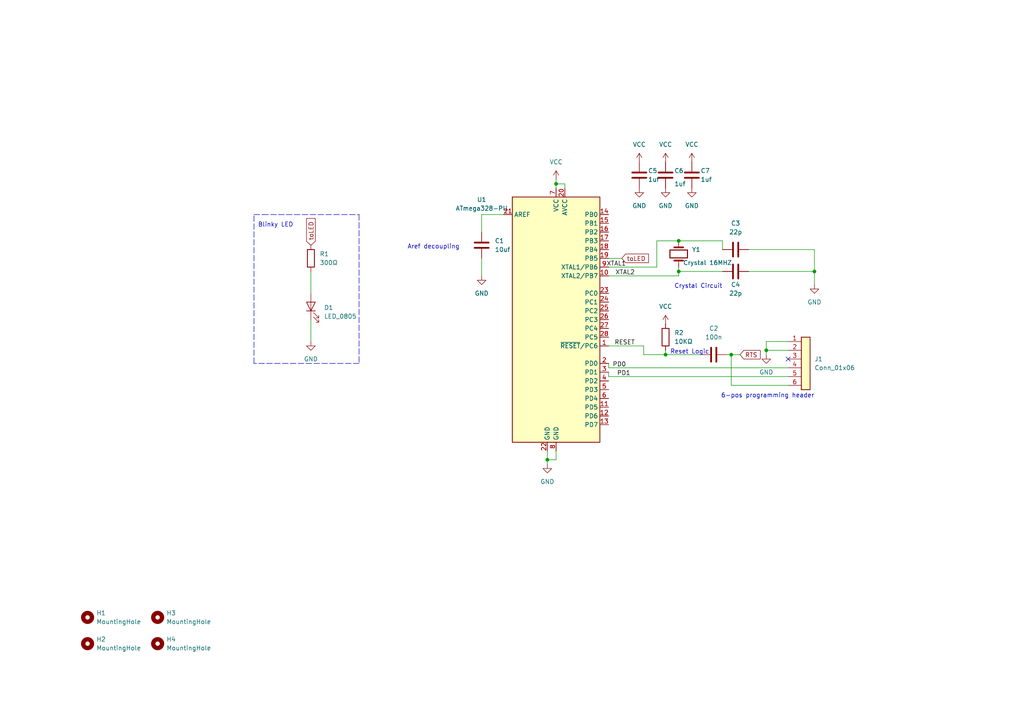
<source format=kicad_sch>
(kicad_sch (version 20211123) (generator eeschema)
  (paper "A4")
  (lib_symbols
    (symbol "Device:R" (pin_numbers hide) (pin_names (offset 0))
      (property "Reference" "R" (at 2.032 0 90))
      (property "Value" "R" (at 0 0 90))
      (symbol "R_0_1"
        (rectangle (start -1.016 -2.54) (end 1.016 2.54) (stroke (width 0.254)))
      )
      (symbol "R_1_1"
        (pin passive line (at 0 3.81 270) (length 1.27) (name "~") (number "1"))
        (pin passive line (at 0 -3.81 90) (length 1.27) (name "~") (number "2"))
      )
    )
    (symbol "HPS:ATmega328-PU"
      (property "Reference" "U" (at -11.43 39.37 0))
      (property "Value" "ATmega328-PU" (at -17.78 38.1 0))
      (symbol "ATmega328-PU_0_1"
        (rectangle (start -12.7 -35.56) (end 12.7 35.56) (stroke (width 0.254)) (fill (type background)))
      )
      (symbol "ATmega328-PU_1_1"
        (pin tri_state line (at 15.24 -7.62 180) (length 2.54) (name "~{RESET}/PC6") (number "1"))
        (pin tri_state line (at 15.24 12.7 180) (length 2.54) (name "XTAL2/PB7") (number "10"))
        (pin tri_state line (at 15.24 -25.4 180) (length 2.54) (name "PD5") (number "11"))
        (pin tri_state line (at 15.24 -27.94 180) (length 2.54) (name "PD6") (number "12"))
        (pin tri_state line (at 15.24 -30.48 180) (length 2.54) (name "PD7") (number "13"))
        (pin tri_state line (at 15.24 30.48 180) (length 2.54) (name "PB0") (number "14"))
        (pin tri_state line (at 15.24 27.94 180) (length 2.54) (name "PB1") (number "15"))
        (pin tri_state line (at 15.24 25.4 180) (length 2.54) (name "PB2") (number "16"))
        (pin tri_state line (at 15.24 22.86 180) (length 2.54) (name "PB3") (number "17"))
        (pin tri_state line (at 15.24 20.32 180) (length 2.54) (name "PB4") (number "18"))
        (pin tri_state line (at 15.24 17.78 180) (length 2.54) (name "PB5") (number "19"))
        (pin tri_state line (at 15.24 -12.7 180) (length 2.54) (name "PD0") (number "2"))
        (pin power_in line (at 2.54 38.1 270) (length 2.54) (name "AVCC") (number "20"))
        (pin passive line (at -15.24 30.48 0) (length 2.54) (name "AREF") (number "21"))
        (pin power_in line (at -2.54 -38.1 90) (length 2.54) (name "GND") (number "22"))
        (pin tri_state line (at 15.24 7.62 180) (length 2.54) (name "PC0") (number "23"))
        (pin tri_state line (at 15.24 5.08 180) (length 2.54) (name "PC1") (number "24"))
        (pin tri_state line (at 15.24 2.54 180) (length 2.54) (name "PC2") (number "25"))
        (pin tri_state line (at 15.24 0 180) (length 2.54) (name "PC3") (number "26"))
        (pin tri_state line (at 15.24 -2.54 180) (length 2.54) (name "PC4") (number "27"))
        (pin tri_state line (at 15.24 -5.08 180) (length 2.54) (name "PC5") (number "28"))
        (pin tri_state line (at 15.24 -15.24 180) (length 2.54) (name "PD1") (number "3"))
        (pin tri_state line (at 15.24 -17.78 180) (length 2.54) (name "PD2") (number "4"))
        (pin tri_state line (at 15.24 -20.32 180) (length 2.54) (name "PD3") (number "5"))
        (pin tri_state line (at 15.24 -22.86 180) (length 2.54) (name "PD4") (number "6"))
        (pin power_in line (at 0 38.1 270) (length 2.54) (name "VCC") (number "7"))
        (pin power_in line (at 0 -38.1 90) (length 2.54) (name "GND") (number "8"))
        (pin tri_state line (at 15.24 15.24 180) (length 2.54) (name "XTAL1/PB6") (number "9"))
      )
    )
    (symbol "HPS:C_0805_0.1uf" (pin_numbers hide) (pin_names (offset 0.254))
      (property "Reference" "C" (at 0.635 2.54 0))
      (property "Value" "C_0805_0.1uf" (at 0.635 -2.54 0))
      (symbol "C_0805_0.1uf_0_1"
        (polyline (pts (xy -2.032 -0.762) (xy 2.032 -0.762)) (stroke (width 0.508)))
        (polyline (pts (xy -2.032 0.762) (xy 2.032 0.762)) (stroke (width 0.508)))
      )
      (symbol "C_0805_0.1uf_1_1"
        (pin passive line (at 0 3.81 270) (length 2.794) (name "~") (number "1"))
        (pin passive line (at 0 -3.81 90) (length 2.794) (name "~") (number "2"))
      )
    )
    (symbol "HPS:C_0805_10uf" (pin_numbers hide) (pin_names (offset 0.254))
      (property "Reference" "C" (at 0.635 2.54 0))
      (property "Value" "C_0805_10uf" (at 0.635 -2.54 0))
      (symbol "C_0805_10uf_0_1"
        (polyline (pts (xy -2.032 -0.762) (xy 2.032 -0.762)) (stroke (width 0.508)))
        (polyline (pts (xy -2.032 0.762) (xy 2.032 0.762)) (stroke (width 0.508)))
      )
      (symbol "C_0805_10uf_1_1"
        (pin passive line (at 0 3.81 270) (length 2.794) (name "~") (number "1"))
        (pin passive line (at 0 -3.81 90) (length 2.794) (name "~") (number "2"))
      )
    )
    (symbol "HPS:C_0805_1uf" (pin_numbers hide) (pin_names (offset 0.254))
      (property "Reference" "C" (at 0.635 2.54 0))
      (property "Value" "C_0805_1uf" (at 0.635 -2.54 0))
      (symbol "C_0805_1uf_0_1"
        (polyline (pts (xy -2.032 -0.762) (xy 2.032 -0.762)) (stroke (width 0.508)))
        (polyline (pts (xy -2.032 0.762) (xy 2.032 0.762)) (stroke (width 0.508)))
      )
      (symbol "C_0805_1uf_1_1"
        (pin passive line (at 0 3.81 270) (length 2.794) (name "~") (number "1"))
        (pin passive line (at 0 -3.81 90) (length 2.794) (name "~") (number "2"))
      )
    )
    (symbol "HPS:C_0805_22pf" (pin_numbers hide) (pin_names (offset 0.254))
      (property "Reference" "C" (at 0.635 2.54 0))
      (property "Value" "C_0805_22pf" (at 0.635 -2.54 0))
      (symbol "C_0805_22pf_0_1"
        (polyline (pts (xy -2.032 -0.762) (xy 2.032 -0.762)) (stroke (width 0.508)))
        (polyline (pts (xy -2.032 0.762) (xy 2.032 0.762)) (stroke (width 0.508)))
      )
      (symbol "C_0805_22pf_1_1"
        (pin passive line (at 0 3.81 270) (length 2.794) (name "~") (number "1"))
        (pin passive line (at 0 -3.81 90) (length 2.794) (name "~") (number "2"))
      )
    )
    (symbol "HPS:Conn_01x06" (pin_names (offset 1.016) hide)
      (property "Reference" "J" (at 0 7.62 0))
      (property "Value" "Conn_01x06" (at 0 -10.16 0))
      (symbol "Conn_01x06_1_1"
        (rectangle (start -1.27 6.35) (end 1.27 -8.89) (stroke (width 0.254)) (fill (type background)))
        (pin passive line (at -5.08 5.08 0) (length 3.81) (name "Pin_1") (number "1"))
        (pin passive line (at -5.08 2.54 0) (length 3.81) (name "Pin_2") (number "2"))
        (pin passive line (at -5.08 0 0) (length 3.81) (name "Pin_3") (number "3"))
        (pin passive line (at -5.08 -2.54 0) (length 3.81) (name "Pin_4") (number "4"))
        (pin passive line (at -5.08 -5.08 0) (length 3.81) (name "Pin_5") (number "5"))
        (pin passive line (at -5.08 -7.62 0) (length 3.81) (name "Pin_6") (number "6"))
      )
    )
    (symbol "HPS:Crystal_16MHz" (pin_numbers hide) (pin_names (offset 1.016) hide)
      (property "Reference" "Y" (at 0 3.81 0))
      (property "Value" "Crystal_16MHz" (at 0 -3.81 0))
      (symbol "Crystal_16MHz_0_1"
        (rectangle (start -1.143 2.54) (end 1.143 -2.54) (stroke (width 0.3048)))
        (polyline (pts (xy -2.54 0) (xy -1.905 0)))
        (polyline (pts (xy -1.905 -1.27) (xy -1.905 1.27)) (stroke (width 0.508)))
        (polyline (pts (xy 1.905 -1.27) (xy 1.905 1.27)) (stroke (width 0.508)))
        (polyline (pts (xy 2.54 0) (xy 1.905 0)))
      )
      (symbol "Crystal_16MHz_1_1"
        (pin passive line (at -3.81 0 0) (length 1.27) (name "1") (number "1"))
        (pin passive line (at 3.81 0 180) (length 1.27) (name "2") (number "2"))
      )
    )
    (symbol "HPS:LED_0805" (pin_numbers hide) (pin_names (offset 1.016) hide)
      (property "Reference" "D" (at 0 2.54 0))
      (property "Value" "LED_0805" (at 0 -2.54 0))
      (symbol "LED_0805_0_1"
        (polyline (pts (xy -1.27 -1.27) (xy -1.27 1.27)) (stroke (width 0.2032)))
        (polyline (pts (xy -1.27 0) (xy 1.27 0)))
        (polyline (pts (xy 1.27 -1.27) (xy 1.27 1.27) (xy -1.27 0) (xy 1.27 -1.27)) (stroke (width 0.2032)))
        (polyline (pts (xy -3.048 -0.762) (xy -4.572 -2.286) (xy -3.81 -2.286) (xy -4.572 -2.286) (xy -4.572 -1.524)))
        (polyline (pts (xy -1.778 -0.762) (xy -3.302 -2.286) (xy -2.54 -2.286) (xy -3.302 -2.286) (xy -3.302 -1.524)))
      )
      (symbol "LED_0805_1_1"
        (pin passive line (at -3.81 0 0) (length 2.54) (name "K") (number "1"))
        (pin passive line (at 3.81 0 180) (length 2.54) (name "A") (number "2"))
      )
    )
    (symbol "HPS:MountingHole" (pin_names (offset 1.016))
      (property "Reference" "H" (at 0 5.08 0))
      (property "Value" "MountingHole" (at 0 3.175 0))
      (symbol "MountingHole_0_1"
        (circle (center 0 0) (radius 1.27) (stroke (width 1.27)))
      )
    )
    (symbol "HPS:R_0805_10K" (pin_numbers hide) (pin_names (offset 0))
      (property "Reference" "R" (at 2.032 0 90))
      (property "Value" "R_0805_10K" (at -2.54 0 90))
      (symbol "R_0805_10K_0_1"
        (rectangle (start -1.016 -2.54) (end 1.016 2.54) (stroke (width 0.254)))
      )
      (symbol "R_0805_10K_1_1"
        (pin passive line (at 0 3.81 270) (length 1.27) (name "~") (number "1"))
        (pin passive line (at 0 -3.81 90) (length 1.27) (name "~") (number "2"))
      )
    )
    (symbol "HPS:VCC" (power) (pin_names (offset 0))
      (property "Value" "VCC" (at 0 3.81 0))
      (symbol "VCC_0_1"
        (polyline (pts (xy -0.762 1.27) (xy 0 2.54)))
        (polyline (pts (xy 0 0) (xy 0 2.54)))
        (polyline (pts (xy 0 2.54) (xy 0.762 1.27)))
      )
      (symbol "VCC_1_1"
        (pin power_in line (at 0 0 90) (length 0) hide (name "VCC") (number "1"))
      )
    )
    (symbol "power:GND" (power) (pin_names (offset 0))
      (property "Value" "GND" (at 0 -3.81 0))
      (symbol "GND_0_1"
        (polyline (pts (xy 0 0) (xy 0 -1.27) (xy 1.27 -1.27) (xy 0 -2.54) (xy -1.27 -1.27) (xy 0 -1.27)))
      )
      (symbol "GND_1_1"
        (pin power_in line (at 0 0 270) (length 0) hide (name "GND") (number "1"))
      )
    )
  )
  (junction (at 158.75 133.35))
  (junction (at 212.09 102.87))
  (junction (at 193.04 102.87))
  (junction (at 236.22 78.74))
  (junction (at 161.29 53.34))
  (junction (at 196.85 69.85))
  (junction (at 222.25 101.6))
  (junction (at 196.85 78.74))
  (no_connect (at 228.6 104.14))
  (wire (pts (xy 190.5 77.47) (xy 190.5 69.85)))
  (wire (pts (xy 236.22 72.39) (xy 236.22 78.74)))
  (wire (pts (xy 90.17 78.74) (xy 90.17 85.09)))
  (wire (pts (xy 139.7 74.93) (xy 139.7 80.01)))
  (polyline (pts (xy 104.14 105.41) (xy 73.66 105.41)))
  (wire (pts (xy 146.05 62.23) (xy 139.7 62.23)))
  (polyline (pts (xy 73.66 62.23) (xy 76.2 62.23)))
  (wire (pts (xy 217.17 78.74) (xy 236.22 78.74)))
  (wire (pts (xy 161.29 53.34) (xy 161.29 54.61)))
  (wire (pts (xy 196.85 78.74) (xy 196.85 77.47)))
  (wire (pts (xy 236.22 78.74) (xy 236.22 82.55)))
  (wire (pts (xy 217.17 72.39) (xy 236.22 72.39)))
  (wire (pts (xy 163.83 53.34) (xy 161.29 53.34)))
  (wire (pts (xy 196.85 80.01) (xy 196.85 78.74)))
  (wire (pts (xy 158.75 134.62) (xy 158.75 133.35)))
  (wire (pts (xy 161.29 53.34) (xy 161.29 52.07)))
  (wire (pts (xy 193.04 102.87) (xy 193.04 101.6)))
  (wire (pts (xy 176.53 74.93) (xy 180.34 74.93)))
  (wire (pts (xy 161.29 133.35) (xy 161.29 130.81)))
  (wire (pts (xy 209.55 69.85) (xy 196.85 69.85)))
  (polyline (pts (xy 104.14 62.23) (xy 104.14 105.41)))
  (wire (pts (xy 222.25 101.6) (xy 228.6 101.6)))
  (wire (pts (xy 210.82 102.87) (xy 212.09 102.87)))
  (wire (pts (xy 212.09 111.76) (xy 212.09 102.87)))
  (wire (pts (xy 176.53 109.22) (xy 176.53 107.95)))
  (wire (pts (xy 186.69 100.33) (xy 186.69 102.87)))
  (wire (pts (xy 163.83 54.61) (xy 163.83 53.34)))
  (wire (pts (xy 176.53 77.47) (xy 190.5 77.47)))
  (polyline (pts (xy 73.66 105.41) (xy 73.66 62.23)))
  (wire (pts (xy 222.25 101.6) (xy 222.25 102.87)))
  (wire (pts (xy 196.85 78.74) (xy 209.55 78.74)))
  (wire (pts (xy 228.6 99.06) (xy 222.25 99.06)))
  (wire (pts (xy 176.53 106.68) (xy 228.6 106.68)))
  (wire (pts (xy 228.6 109.22) (xy 176.53 109.22)))
  (wire (pts (xy 209.55 72.39) (xy 209.55 69.85)))
  (wire (pts (xy 186.69 102.87) (xy 193.04 102.87)))
  (wire (pts (xy 139.7 62.23) (xy 139.7 67.31)))
  (wire (pts (xy 158.75 133.35) (xy 161.29 133.35)))
  (wire (pts (xy 176.53 106.68) (xy 176.53 105.41)))
  (wire (pts (xy 203.2 102.87) (xy 193.04 102.87)))
  (wire (pts (xy 176.53 100.33) (xy 186.69 100.33)))
  (wire (pts (xy 176.53 80.01) (xy 196.85 80.01)))
  (wire (pts (xy 212.09 102.87) (xy 214.63 102.87)))
  (wire (pts (xy 228.6 111.76) (xy 212.09 111.76)))
  (polyline (pts (xy 76.2 62.23) (xy 104.14 62.23)))
  (wire (pts (xy 190.5 69.85) (xy 196.85 69.85)))
  (wire (pts (xy 222.25 99.06) (xy 222.25 101.6)))
  (wire (pts (xy 158.75 133.35) (xy 158.75 130.81)))
  (wire (pts (xy 90.17 92.71) (xy 90.17 99.06)))
  (text "Reset Logic\n" (at 205.74 102.87 180) (effects (font (size 1.27 1.27)) (justify right bottom)))
  (text "Crystal Circuit\n" (at 209.55 83.82 180) (effects (font (size 1.27 1.27)) (justify right bottom)))
  (text "Aref decoupling\n" (at 133.35 72.39 180) (effects (font (size 1.27 1.27)) (justify right bottom)))
  (text "6-pos programming header\n" (at 236.22 115.57 180) (effects (font (size 1.27 1.27)) (justify right bottom)))
  (text "Blinky LED\n" (at 85.09 66.04 180) (effects (font (size 1.27 1.27)) (justify right bottom)))
  (label "PD1" (at 182.88 109.22 180))
  (label "RESET" (at 184.15 100.33 180))
  (label "PD0" (at 181.61 106.68 180))
  (label "XTAL1" (at 181.61 77.47 180))
  (label "XTAL2" (at 184.15 80.01 180))
  (global_label "toLED" (shape input) (at 180.34 74.93 0) (property "Intersheet References" "${INTERSHEET_REFS}" (effects hide)))
  (global_label "toLED" (shape input) (at 90.17 71.12 90) (property "Intersheet References" "${INTERSHEET_REFS}" (effects hide)))
  (global_label "RTS" (shape input) (at 214.63 102.87 0) (property "Intersheet References" "${INTERSHEET_REFS}" (effects hide)))
  (symbol (lib_id "HPS:Crystal_16MHz") (at 196.85 73.66 270) (unit 1)
    (property "Reference" "Y1" (at 200.66 72.3899 90) (effects (justify left)))
    (property "Value" "Crystal 16MHZ" (at 198.12 76.2 90) (effects (justify left)))
    (property "Footprint" "footprints:Crystal_SMD_HC49-SD" (effects hide))
    (property "Datasheet" "https://ecsxtal.com/store/pdf/csm-7x-dn.pdf" (effects hide))
    (property "MFG" "ECS Inc." (effects hide))
    (property "MPN" "ECS-160-20-5PXDN-TR" (effects hide))
    (property "Digikey PN" "XC1299CT-ND" (effects hide))
    (property "Mouser PN" "N/A" (effects hide))
  )
  (symbol (lib_id "HPS:C_0805_1uf") (at 185.42 50.8 0) (unit 1)
    (property "Reference" "C5" (at 187.96 49.53 0) (effects (justify left)))
    (property "Value" "1uf" (at 187.96 52.07 0) (effects (justify left)))
    (property "Footprint" "footprints:C_0805_2012Metric" (effects hide))
    (property "Datasheet" "https://www.yageo.com/upload/media/product/productsearch/datasheet/mlcc/UPY-GPHC_X7R_6.3V-to-50V_18.pdf" (effects hide))
    (property "MFG" "Yageo" (effects hide))
    (property "MPN" "CC0805KKX7R8BB105" (effects hide))
    (property "Digikey PN" "311-1456-1-ND" (effects hide))
    (property "Mouser PN" "N/A" (effects hide))
    (property "Voltage" "N/A" (effects hide))
    (property "Dielectric" "N/A" (effects hide))
    (property "Tolerance" "N/A" (effects hide))
  )
  (symbol (lib_id "Device:R") (at 90.17 74.93 0) (unit 1)
    (property "Reference" "R1" (at 92.71 73.6599 0) (effects (justify left)))
    (property "Value" "300Ω" (at 92.71 76.1999 0) (effects (justify left)))
  )
  (symbol (lib_id "power:GND") (at 185.42 54.61 0) (unit 1)
    (property "Reference" "#PWR06" (effects hide))
    (property "Value" "GND" (at 185.42 59.69 0))
  )
  (symbol (lib_id "power:GND") (at 222.25 102.87 0) (unit 1)
    (property "Reference" "#PWR012" (effects hide))
    (property "Value" "GND" (at 222.25 107.95 0))
  )
  (symbol (lib_id "power:GND") (at 200.66 54.61 0) (unit 1)
    (property "Reference" "#PWR011" (effects hide))
    (property "Value" "GND" (at 200.66 59.69 0))
  )
  (symbol (lib_id "HPS:C_0805_1uf") (at 193.04 50.8 0) (unit 1)
    (property "Reference" "C6" (at 195.58 49.53 0) (effects (justify left)))
    (property "Value" "1uf" (at 195.58 53.34 0) (effects (justify left)))
    (property "Footprint" "footprints:C_0805_2012Metric" (effects hide))
    (property "Datasheet" "https://www.yageo.com/upload/media/product/productsearch/datasheet/mlcc/UPY-GPHC_X7R_6.3V-to-50V_18.pdf" (effects hide))
    (property "MFG" "Yageo" (effects hide))
    (property "MPN" "CC0805KKX7R8BB105" (effects hide))
    (property "Digikey PN" "311-1456-1-ND" (effects hide))
    (property "Mouser PN" "N/A" (effects hide))
    (property "Voltage" "N/A" (effects hide))
    (property "Dielectric" "N/A" (effects hide))
    (property "Tolerance" "N/A" (effects hide))
  )
  (symbol (lib_id "HPS:MountingHole") (at 45.72 179.07 0) (unit 1)
    (property "Reference" "H3" (at 48.26 177.7999 0) (effects (justify left)))
    (property "Value" "MountingHole" (at 48.26 180.3399 0) (effects (justify left)))
    (property "Footprint" "footprints:MountingHole_3.2mm_M3" (effects hide))
  )
  (symbol (lib_id "power:GND") (at 193.04 54.61 0) (unit 1)
    (property "Reference" "#PWR08" (effects hide))
    (property "Value" "GND" (at 193.04 59.69 0))
  )
  (symbol (lib_id "HPS:MountingHole") (at 25.4 179.07 0) (unit 1)
    (property "Reference" "H1" (at 27.94 177.7999 0) (effects (justify left)))
    (property "Value" "MountingHole" (at 27.94 180.3399 0) (effects (justify left)))
    (property "Footprint" "footprints:MountingHole_3.2mm_M3" (effects hide))
  )
  (symbol (lib_id "HPS:VCC") (at 185.42 46.99 0) (unit 1)
    (property "Reference" "#PWR05" (effects hide))
    (property "Value" "VCC" (at 185.42 41.91 0))
  )
  (symbol (lib_id "HPS:VCC") (at 193.04 93.98 0) (unit 1)
    (property "Reference" "#PWR09" (effects hide))
    (property "Value" "VCC" (at 193.04 88.9 0))
  )
  (symbol (lib_id "power:GND") (at 158.75 134.62 0) (unit 1)
    (property "Reference" "#PWR03" (effects hide))
    (property "Value" "GND" (at 158.75 139.7 0))
  )
  (symbol (lib_id "HPS:VCC") (at 193.04 46.99 0) (unit 1)
    (property "Reference" "#PWR07" (effects hide))
    (property "Value" "VCC" (at 193.04 41.91 0))
  )
  (symbol (lib_id "HPS:VCC") (at 200.66 46.99 0) (unit 1)
    (property "Reference" "#PWR010" (effects hide))
    (property "Value" "VCC" (at 200.66 41.91 0))
  )
  (symbol (lib_id "HPS:R_0805_10K") (at 193.04 97.79 0) (unit 1)
    (property "Reference" "R2" (at 195.58 96.5199 0) (effects (justify left)))
    (property "Value" "10KΩ" (at 195.58 99.0599 0) (effects (justify left)))
    (property "Footprint" "footprints:R_0805_2012Metric" (effects hide))
    (property "Datasheet" "https://www.digikey.com/en/products/detail/yageo/RC0805FR-0710KL/727535" (effects hide))
    (property "MFG" "Yageo" (effects hide))
    (property "MPN" "RC0805FR-0710KL" (effects hide))
    (property "Digikey PN" "311-10.0KCRCT-ND" (effects hide))
    (property "Mouser PN" "N/A" (effects hide))
    (property "Power" "N/A" (effects hide))
    (property "Tolerance" "N/A" (effects hide))
  )
  (symbol (lib_id "HPS:C_0805_22pf") (at 213.36 78.74 90) (unit 1)
    (property "Reference" "C4" (at 213.36 82.55 90))
    (property "Value" "22p" (at 213.36 85.09 90))
    (property "Footprint" "footprints:C_0805_2012Metric" (effects hide))
    (property "Datasheet" "https://www.yageo.com/upload/media/product/productsearch/datasheet/mlcc/UPY-GP_NP0_16V-to-50V_18.pdf" (effects hide))
    (property "MFG" "Yageo" (effects hide))
    (property "MPN" "CC0805JRNPO9BN220" (effects hide))
    (property "Digikey PN" "311-1103-1-ND" (effects hide))
    (property "Mouser PN" "N/A" (effects hide))
    (property "Voltage" "N/A" (effects hide))
    (property "Dielectric" "N/A" (effects hide))
    (property "Tolerance" "N/A" (effects hide))
  )
  (symbol (lib_id "power:GND") (at 139.7 80.01 0) (unit 1)
    (property "Reference" "#PWR02" (effects hide))
    (property "Value" "GND" (at 139.7 85.09 0))
  )
  (symbol (lib_id "HPS:C_0805_22pf") (at 213.36 72.39 90) (unit 1)
    (property "Reference" "C3" (at 213.36 64.77 90))
    (property "Value" "22p" (at 213.36 67.31 90))
    (property "Footprint" "footprints:C_0805_2012Metric" (effects hide))
    (property "Datasheet" "https://www.yageo.com/upload/media/product/productsearch/datasheet/mlcc/UPY-GP_NP0_16V-to-50V_18.pdf" (effects hide))
    (property "MFG" "Yageo" (effects hide))
    (property "MPN" "CC0805JRNPO9BN220" (effects hide))
    (property "Digikey PN" "311-1103-1-ND" (effects hide))
    (property "Mouser PN" "N/A" (effects hide))
    (property "Voltage" "N/A" (effects hide))
    (property "Dielectric" "N/A" (effects hide))
    (property "Tolerance" "N/A" (effects hide))
  )
  (symbol (lib_id "HPS:Conn_01x06") (at 233.68 104.14 0) (unit 1)
    (property "Reference" "J1" (at 236.22 104.1399 0) (effects (justify left)))
    (property "Value" "Conn_01x06" (at 236.22 106.6799 0) (effects (justify left)))
    (property "Footprint" "footprints:PinHeader_1x06_P2.54mm_Vertical" (effects hide))
    (property "Datasheet" "https://www.we-online.de/katalog/datasheet/6130xx11121.pdf" (effects hide))
    (property "MFG" "Würth Elektronik" (effects hide))
    (property "MPN" "61300611121" (effects hide))
    (property "Digikey PN" "732-5319-ND" (effects hide))
    (property "Mouser PN" "N/A" (effects hide))
  )
  (symbol (lib_id "HPS:MountingHole") (at 25.4 186.69 0) (unit 1)
    (property "Reference" "H2" (at 27.94 185.4199 0) (effects (justify left)))
    (property "Value" "MountingHole" (at 27.94 187.9599 0) (effects (justify left)))
    (property "Footprint" "footprints:MountingHole_3.2mm_M3" (effects hide))
  )
  (symbol (lib_id "HPS:C_0805_1uf") (at 200.66 50.8 0) (unit 1)
    (property "Reference" "C7" (at 203.2 49.53 0) (effects (justify left)))
    (property "Value" "1uf" (at 203.2 52.07 0) (effects (justify left)))
    (property "Footprint" "footprints:C_0805_2012Metric" (effects hide))
    (property "Datasheet" "https://www.yageo.com/upload/media/product/productsearch/datasheet/mlcc/UPY-GPHC_X7R_6.3V-to-50V_18.pdf" (effects hide))
    (property "MFG" "Yageo" (effects hide))
    (property "MPN" "CC0805KKX7R8BB105" (effects hide))
    (property "Digikey PN" "311-1456-1-ND" (effects hide))
    (property "Mouser PN" "N/A" (effects hide))
    (property "Voltage" "N/A" (effects hide))
    (property "Dielectric" "N/A" (effects hide))
    (property "Tolerance" "N/A" (effects hide))
  )
  (symbol (lib_id "HPS:C_0805_10uf") (at 139.7 71.12 0) (unit 1)
    (property "Reference" "C1" (at 143.51 69.8499 0) (effects (justify left)))
    (property "Value" "10uf" (at 143.51 72.3899 0) (effects (justify left)))
    (property "Footprint" "footprints:C_0805_2012Metric" (effects hide))
    (property "Datasheet" "https://search.murata.co.jp/Ceramy/image/img/A01X/G101/ENG/GRM21BR61E106KA73-01.pdf" (effects hide))
    (property "MFG" "Murata Electronics" (effects hide))
    (property "MPN" "GRM21BR61E106KA73L" (effects hide))
    (property "Digikey PN" "490-5523-1-ND" (effects hide))
    (property "Mouser PN" "N/A" (effects hide))
    (property "Voltage" "N/A" (effects hide))
    (property "Dielectric" "N/A" (effects hide))
    (property "Tolerance" "N/A" (effects hide))
  )
  (symbol (lib_id "HPS:C_0805_0.1uf") (at 207.01 102.87 90) (unit 1)
    (property "Reference" "C2" (at 207.01 95.25 90))
    (property "Value" "100n" (at 207.01 97.79 90))
    (property "Footprint" "footprints:C_0805_2012Metric" (effects hide))
    (property "Datasheet" "https://datasheets.avx.com/X7RDielectric.pdf" (effects hide))
    (property "MFG" "AVX Corporation" (effects hide))
    (property "MPN" "08055C104KAT2A" (effects hide))
    (property "Digikey PN" "478-1395-1-ND" (effects hide))
    (property "Mouser PN" "N/A" (effects hide))
    (property "Voltage" "N/A" (effects hide))
    (property "Dielectric" "N/A" (effects hide))
    (property "Tolerance" "N/A" (effects hide))
  )
  (symbol (lib_id "HPS:VCC") (at 161.29 52.07 0) (unit 1)
    (property "Reference" "#PWR04" (effects hide))
    (property "Value" "VCC" (at 161.29 46.99 0))
  )
  (symbol (lib_id "power:GND") (at 236.22 82.55 0) (unit 1)
    (property "Reference" "#PWR013" (effects hide))
    (property "Value" "GND" (at 236.22 87.63 0))
  )
  (symbol (lib_id "HPS:ATmega328-PU") (at 161.29 92.71 0) (unit 1)
    (property "Reference" "U1" (at 139.7 57.8993 0))
    (property "Value" "ATmega328-PU" (at 139.7 60.4393 0))
    (property "Footprint" "footprints:DIP-28_W7.62mm" (effects hide))
    (property "Datasheet" "http://www.microchip.com/mymicrochip/filehandler.aspx?ddocname=en608326" (effects hide))
    (property "MFG" "On Shore Technology Inc." (effects hide))
    (property "MPN" "ED281DT" (effects hide))
    (property "Digikey PN" "ED3050-5-ND" (effects hide))
    (property "Mouser PN" "N/A" (effects hide))
  )
  (symbol (lib_id "power:GND") (at 90.17 99.06 0) (unit 1)
    (property "Reference" "#PWR01" (effects hide))
    (property "Value" "GND" (at 90.17 104.14 0))
  )
  (symbol (lib_id "HPS:LED_0805") (at 90.17 88.9 90) (unit 1)
    (property "Reference" "D1" (at 93.98 89.2301 90) (effects (justify right)))
    (property "Value" "LED_0805" (at 93.98 91.7701 90) (effects (justify right)))
    (property "Footprint" "footprints:LED_0805_2012Metric" (effects hide))
    (property "Datasheet" "https://www.we-online.de/katalog/datasheet/150080RS75000.pdf" (effects hide))
    (property "MFG" "Würth Elektronik" (effects hide))
    (property "MPN" "150080RS75000" (effects hide))
    (property "Digikey PN" "732-4984-1-ND" (effects hide))
    (property "Mouser PN" "N/A" (effects hide))
  )
  (symbol (lib_id "HPS:MountingHole") (at 45.72 186.69 0) (unit 1)
    (property "Reference" "H4" (at 48.26 185.4199 0) (effects (justify left)))
    (property "Value" "MountingHole" (at 48.26 187.9599 0) (effects (justify left)))
    (property "Footprint" "footprints:MountingHole_3.2mm_M3" (effects hide))
  )
)
</source>
